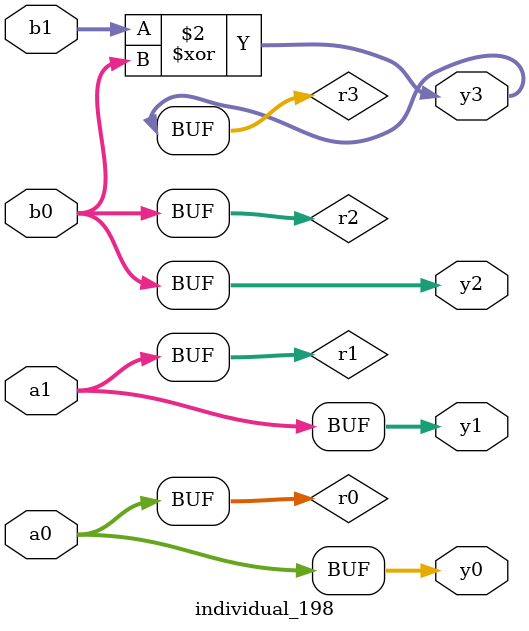
<source format=sv>
module individual_198(input logic [15:0] a1, input logic [15:0] a0, input logic [15:0] b1, input logic [15:0] b0, output logic [15:0] y3, output logic [15:0] y2, output logic [15:0] y1, output logic [15:0] y0);
logic [15:0] r0, r1, r2, r3; 
 always@(*) begin 
	 r0 = a0; r1 = a1; r2 = b0; r3 = b1; 
 	 r3  ^=  b0 ;
 	 y3 = r3; y2 = r2; y1 = r1; y0 = r0; 
end
endmodule
</source>
